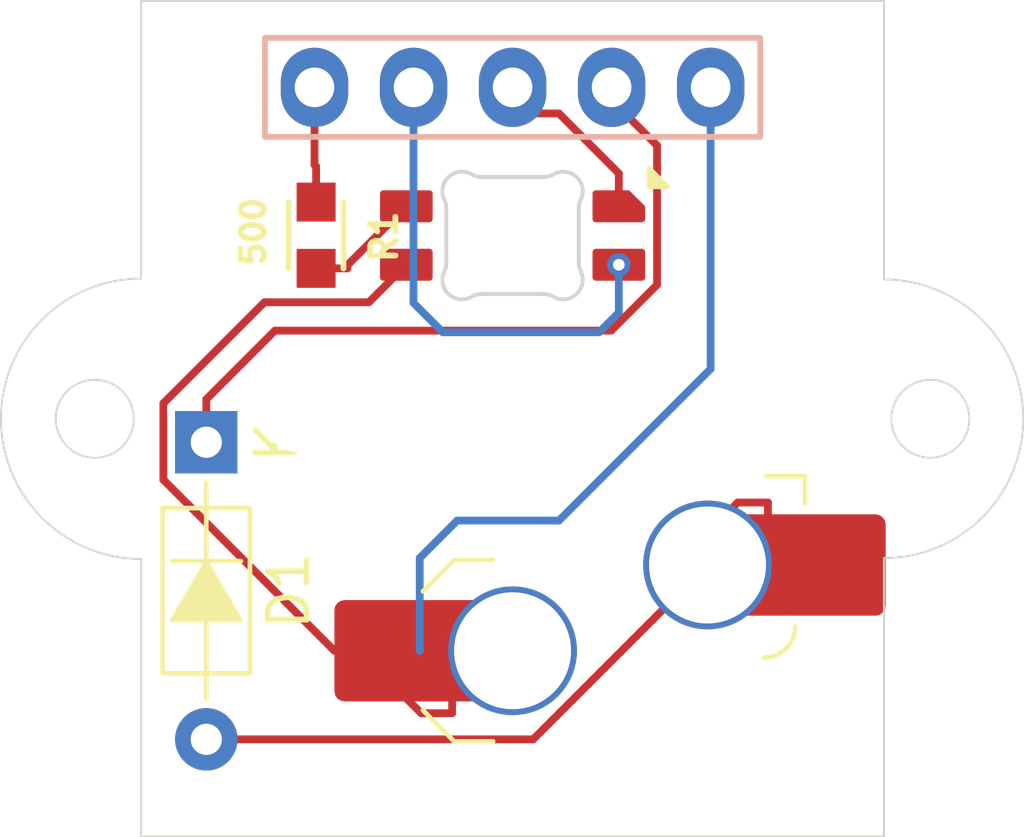
<source format=kicad_pcb>
(kicad_pcb (version 20241229) (generator "pcbnew") (generator_version "9.0")
  (layers (0 "F.Cu" signal) (2 "B.Cu" signal) (13 "F.Paste" user) (15 "B.Paste" user) (5 "F.SilkS" user "F.Silkscreen") (7 "B.SilkS" user "B.Silkscreen") (1 "F.Mask" user) (3 "B.Mask" user) (25 "Edge.Cuts" user))
  (net 0 "")
  (net 1 "Net-(LED1-VDD)")
  (net 2 "Net-(D1-A)")
  (net 3 "Net-(D1-K)")
  (net 4 "Net-(LED1-VSS)")
  (net 5 "Net-(LED1-DOUT)")
  (net 6 "Net-(LED1-DIN)")
  (net 7 "Net-(J1-Pad5)")
  (footprint "PCM_marbastlib-choc:SW_choc_v1_HS_CPG135001S30_1u" (layer "F.Cu") (at 40.4813 64.2937)
    (property "Reference" "CH1" (hide yes))
    (property "Value" "choc_v1_SW_HS")
    (fp_line (start -2.3 7.475) (end -1.5 8.275) (stroke (width 0.12)) (layer "F.SilkS"))
    (fp_line (start -1.5 3.625) (end -2.3 4.425) (stroke (width 0.12)) (layer "F.SilkS"))
    (fp_line (start -1.5 3.625) (end -0.5 3.625) (stroke (width 0.12)) (layer "F.SilkS"))
    (fp_line (start -1.5 8.275) (end -0.5 8.275) (stroke (width 0.12)) (layer "F.SilkS"))
    (fp_line (start 7.504 1.475) (end 6.504 1.475) (stroke (width 0.12)) (layer "F.SilkS"))
    (fp_line (start 7.504 1.475) (end 7.504 2.175) (stroke (width 0.12)) (layer "F.SilkS"))
    (fp_arc (start 7.25 5.325) (mid 7.015685 5.890685) (end 6.45 6.125) (stroke (width 0.12)) (layer "F.SilkS"))
    (pad "" np_thru_hole circle (at -5.5 0 180) (size 1.7 1.7) (drill 1.7) (layers "*.Cu" "*.Mask"))
    (pad "" np_thru_hole circle (at 0 0 180) (size 3.4 3.4) (drill 3.4) (layers "*.Cu" "*.Mask"))
    (pad "" np_thru_hole circle (at 5.5 0 180) (size 1.7 1.7) (drill 1.7) (layers "*.Cu" "*.Mask"))
    (pad "1" thru_hole circle (at 5 3.75) (size 3.3 3.3) (drill 3) (property pad_prop_mechanical) (layers "*.Cu" "F.Mask") (net 2 "Net-(D1-A)"))
    (pad "1" smd rect (at 6.55 3.75) (size 1.2 2.6) (layers "F.Cu") (net 2 "Net-(D1-A)"))
    (pad "1" smd roundrect (at 8.245 3.75) (size 2.65 2.6) (layers "F.Cu" "F.Mask" "F.Paste") (roundrect_rratio 0.1) (net 2 "Net-(D1-A)"))
    (pad "2" smd roundrect (at -3.245 5.95) (size 2.65 2.6) (layers "F.Cu" "F.Mask" "F.Paste") (roundrect_rratio 0.1) (net 1 "Net-(LED1-VDD)"))
    (pad "2" smd rect (at -1.55 5.95 180) (size 1.2 2.6) (layers "F.Cu") (net 1 "Net-(LED1-VDD)"))
    (pad "2" thru_hole circle (at 0 5.95) (size 3.3 3.3) (drill 3) (property pad_prop_mechanical) (layers "*.Cu" "F.Mask") (net 1 "Net-(LED1-VDD)"))
  )
  (footprint "PCM_marbastlib-choc:LED_choc_6028R" (layer "F.Cu") (at 40.4813 59.5937)
    (property "Reference" "LED1" (hide yes))
    (property "Value" "choc_SK6812MINI-E")
    (fp_poly (pts (xy 3.5 -1.25) (xy 3.5 -1.73) (xy 3.98 -1.25) (xy 3.5 -1.25)) (stroke (width 0.12)) (fill yes) (layer "F.SilkS"))
    (fp_line (start -1.699999 -0.702841) (end -1.699999 0.702843) (stroke (width 0.1)) (layer "Edge.Cuts"))
    (fp_line (start -0.794452 1.5) (end 0.794453 1.5) (stroke (width 0.1)) (layer "Edge.Cuts"))
    (fp_line (start 0.794452 -1.499999) (end -0.794452 -1.499999) (stroke (width 0.1)) (layer "Edge.Cuts"))
    (fp_line (start 1.699999 0.702843) (end 1.699999 -0.702841) (stroke (width 0.1)) (layer "Edge.Cuts"))
    (fp_arc (start -1.749484 -0.919719) (mid -1.712527 -0.814067) (end -1.699999 -0.702842) (stroke (width 0.1)) (layer "Edge.Cuts"))
    (fp_arc (start -1.749484 -0.919719) (mid -1.63807 -1.504033) (end -1.046711 -1.568296) (stroke (width 0.1)) (layer "Edge.Cuts"))
    (fp_arc (start -1.699999 0.702843) (mid -1.712527 0.814069) (end -1.749484 0.919721) (stroke (width 0.1)) (layer "Edge.Cuts"))
    (fp_arc (start -1.046711 1.5683) (mid -1.638071 1.504036) (end -1.749484 0.919721) (stroke (width 0.1)) (layer "Edge.Cuts"))
    (fp_arc (start -1.046711 1.5683) (mid -0.925123 1.517378) (end -0.794453 1.500001) (stroke (width 0.1)) (layer "Edge.Cuts"))
    (fp_arc (start -0.794452 -1.499999) (mid -0.925122 -1.517376) (end -1.04671 -1.568298) (stroke (width 0.1)) (layer "Edge.Cuts"))
    (fp_arc (start 0.794453 1.5) (mid 0.925123 1.517377) (end 1.046711 1.568299) (stroke (width 0.1)) (layer "Edge.Cuts"))
    (fp_arc (start 1.046711 -1.568298) (mid 0.925123 -1.517376) (end 0.794452 -1.499999) (stroke (width 0.1)) (layer "Edge.Cuts"))
    (fp_arc (start 1.046711 -1.568298) (mid 1.638072 -1.504034) (end 1.749484 -0.919718) (stroke (width 0.1)) (layer "Edge.Cuts"))
    (fp_arc (start 1.699999 -0.702841) (mid 1.712527 -0.814067) (end 1.749484 -0.919719) (stroke (width 0.1)) (layer "Edge.Cuts"))
    (fp_arc (start 1.749484 0.919721) (mid 1.638071 1.504035) (end 1.046711 1.568299) (stroke (width 0.1)) (layer "Edge.Cuts"))
    (fp_arc (start 1.749484 0.919721) (mid 1.712527 0.814069) (end 1.699999 0.702844) (stroke (width 0.1)) (layer "Edge.Cuts"))
    (pad "1" smd roundrect (at -2.725 0.75 270) (size 0.82 1.35) (layers "F.Cu" "F.Mask" "F.Paste") (roundrect_rratio 0.1) (net 1 "Net-(LED1-VDD)"))
    (pad "2" smd roundrect (at -2.725 -0.75 270) (size 0.82 1.35) (layers "F.Cu" "F.Mask" "F.Paste") (roundrect_rratio 0.1) (net 5 "Net-(LED1-DOUT)"))
    (pad "3" smd roundrect (at 2.725 0.75 270) (size 0.82 1.35) (layers "F.Cu" "F.Mask" "F.Paste") (roundrect_rratio 0.1) (net 6 "Net-(LED1-DIN)"))
    (pad "4" smd roundrect (at 2.725 -0.75 270) (size 0.82 1.35) (layers "F.Cu" "F.Mask" "F.Paste") (roundrect_rratio 0.1) (chamfer_ratio 0.5) (chamfer top_left) (net 4 "Net-(LED1-VSS)"))
  )
  (footprint "PCM_Diode_THT_AKL:D_DO-35_SOD27_P7.62mm_Horizontal" (layer "F.Cu") (at 32.6259 64.8956 -90)
    (property "Reference" "D1" (at 3.81 -2.12 90) (layer "F.SilkS"))
    (property "Value" "1N4148" (hide yes))
    (fp_line (start 1.69 1.12) (end 5.93 1.12) (stroke (width 0.12)) (layer "F.SilkS"))
    (fp_line (start 5.93 1.12) (end 5.93 -1.12) (stroke (width 0.12)) (layer "F.SilkS"))
    (fp_line (start 1.04 0) (end 1.69 0) (stroke (width 0.12)) (layer "F.SilkS"))
    (fp_line (start 1.651 0) (end 3.048 0) (stroke (width 0.12)) (layer "F.SilkS"))
    (fp_line (start 5.93 0) (end 4.6355 0) (stroke (width 0.12)) (layer "F.SilkS"))
    (fp_line (start 6.58 0) (end 5.93 0) (stroke (width 0.12)) (layer "F.SilkS"))
    (fp_line (start 3.048 -0.889) (end 3.048 0.889) (stroke (width 0.12)) (layer "F.SilkS"))
    (fp_line (start 1.69 -1.12) (end 1.69 1.12) (stroke (width 0.12)) (layer "F.SilkS"))
    (fp_line (start 5.93 -1.12) (end 1.69 -1.12) (stroke (width 0.12)) (layer "F.SilkS"))
    (fp_poly (pts (xy 4.572 0.889) (xy 3.048 0) (xy 4.572 -0.889)) (stroke (width 0.1)) (fill yes) (layer "F.SilkS"))
    (fp_text user "K" (at 0 -1.8 90) (layer "F.SilkS"))
    (pad "1" thru_hole rect (at 0 0 270) (size 1.6 1.6) (drill 0.8) (layers "*.Cu" "*.Mask") (net 3 "Net-(D1-K)"))
    (pad "2" thru_hole oval (at 7.62 0 270) (size 1.6 1.6) (drill 0.8) (layers "*.Cu" "*.Mask") (net 2 "Net-(D1-A)"))
  )
  (footprint "PCM_4ms_Resistor:R_0603" (layer "F.Cu") (at 35.4428 59.5863 90)
    (property "Reference" "R1" (at -0.04 1.74 90) (layer "F.SilkS") (effects (font (size 0.65 0.65))))
    (property "Value" "500" (at 0.09 -1.61 90) (layer "F.SilkS") (effects (font (size 0.6 0.6))))
    (fp_line (start -0.85 -0.7) (end 0.85 -0.7) (stroke (width 0.15)) (layer "F.SilkS"))
    (fp_line (start 0.85 0.7) (end -0.85 0.7) (stroke (width 0.15)) (layer "F.SilkS"))
    (pad "1" smd rect (at -0.85 0 90) (size 1 1) (layers "F.Cu" "F.Mask" "F.Paste") (net 5 "Net-(LED1-DOUT)"))
    (pad "2" smd rect (at 0.85 0 90) (size 1 1) (layers "F.Cu" "F.Mask" "F.Paste") (net 7 "Net-(J1-Pad5)"))
  )
  (footprint "PCM_4ms_Connector:Pins_1x05_2.54mm_TH" (layer "B.Cu") (at 40.4813 55.7937 90)
    (property "Reference" "J1" (hide yes))
    (property "Value" "PINHD_1x5_Female" (hide yes))
    (fp_line (start 1.27 -6.35) (end -1.27 -6.35) (stroke (width 0.15)) (layer "B.SilkS"))
    (fp_line (start -1.27 -6.35) (end -1.27 6.35) (stroke (width 0.15)) (layer "B.SilkS"))
    (fp_line (start 1.27 6.35) (end 1.27 -6.35) (stroke (width 0.15)) (layer "B.SilkS"))
    (fp_line (start 1.27 6.35) (end -1.27 6.35) (stroke (width 0.15)) (layer "B.SilkS"))
    (pad "1" thru_hole oval (at 0 5.08 90) (size 2.032 1.7272) (drill 1.016) (layers "*.Cu" "*.Mask") (net 1 "Net-(LED1-VDD)"))
    (pad "2" thru_hole oval (at 0 2.54 90) (size 2.032 1.7272) (drill 1.016) (layers "*.Cu" "*.Mask") (net 3 "Net-(D1-K)"))
    (pad "3" thru_hole oval (at 0 0 90) (size 2.032 1.7272) (drill 1.016) (layers "*.Cu" "*.Mask") (net 4 "Net-(LED1-VSS)"))
    (pad "4" thru_hole oval (at 0 -2.54 90) (size 2.032 1.7272) (drill 1.016) (layers "*.Cu" "*.Mask") (net 6 "Net-(LED1-DIN)"))
    (pad "5" thru_hole oval (at 0 -5.08 90) (size 2.032 1.7272) (drill 1.016) (layers "*.Cu" "*.Mask") (net 7 "Net-(J1-Pad5)"))
  )
  (gr_line (start 50.0063 75.009375) (end 50.0063 67.865624) (stroke (width 0.05)) (layer "Edge.Cuts"))
  (gr_arc (start 50.00625 60.721875) (mid 53.578125 64.29375) (end 50.00625 67.865625) (stroke (width 0.05)) (layer "Edge.Cuts"))
  (gr_circle (center 51.196875 64.29375) (end 52.196875 64.29375) (stroke (width 0.05)) (fill no) (layer "Edge.Cuts"))
  (gr_circle (center 29.765625 64.29375) (end 30.765625 64.29375) (stroke (width 0.05)) (fill no) (layer "Edge.Cuts"))
  (gr_line (start 30.9563 53.578125) (end 30.9563 60.697308) (stroke (width 0.05)) (layer "Edge.Cuts"))
  (gr_line (start 30.95625 53.578125) (end 50.00625 53.578125) (stroke (width 0.05)) (layer "Edge.Cuts"))
  (gr_arc (start 30.95625 67.890192) (mid 27.359808 64.29375) (end 30.95625 60.697308) (stroke (width 0.05)) (layer "Edge.Cuts"))
  (gr_line (start 50.00625 53.578125) (end 50.00625 60.721875) (stroke (width 0.05)) (layer "Edge.Cuts"))
  (gr_line (start 50.00625 75.009375) (end 30.95625 75.009375) (stroke (width 0.05)) (layer "Edge.Cuts"))
  (gr_line (start 30.95625 67.890192) (end 30.95625 75.009375) (stroke (width 0.05)) (layer "Edge.Cuts"))
  (segment (start 38.1372 71.8454) (end 38.9313 71.8454) (width 0.2) (layer "F.Cu") (net 1))
  (segment (start 38.9313 70.2437) (end 38.9313 71.0445) (width 0.2) (layer "F.Cu") (net 1))
  (segment (start 38.9313 71.0445) (end 38.9313 71.8454) (width 0.2) (layer "F.Cu") (net 1))
  (segment (start 37.2363 70.9445) (end 38.1372 71.8454) (width 0.2) (layer "F.Cu") (net 1))
  (segment (start 31.5242 65.8566) (end 31.5242 63.8989) (width 0.2) (layer "F.Cu") (net 1))
  (segment (start 34.1183 61.3048) (end 36.7952 61.3048) (width 0.2) (layer "F.Cu") (net 1))
  (segment (start 35.9113 70.2437) (end 31.5242 65.8566) (width 0.2) (layer "F.Cu") (net 1))
  (segment (start 39.6805 71.0445) (end 40.4813 70.2437) (width 0.2) (layer "F.Cu") (net 1))
  (segment (start 31.5242 63.8989) (end 34.1183 61.3048) (width 0.2) (layer "F.Cu") (net 1))
  (segment (start 38.9313 71.0445) (end 39.6805 71.0445) (width 0.2) (layer "F.Cu") (net 1))
  (segment (start 37.2363 70.2437) (end 37.2363 70.9445) (width 0.2) (layer "F.Cu") (net 1))
  (segment (start 36.7952 61.3048) (end 37.7563 60.3437) (width 0.2) (layer "F.Cu") (net 1))
  (segment (start 37.2363 70.2437) (end 35.9113 70.2437) (width 0.2) (layer "F.Cu") (net 1))
  (segment (start 41.671875 66.904655) (end 39.06097 66.904655) (width 0.2) (layer "B.Cu") (net 1))
  (segment (start 45.5613 56.4614) (end 45.5613 63.01523) (width 0.2) (layer "B.Cu") (net 1))
  (segment (start 45.5613 63.01523) (end 41.671875 66.904655) (width 0.2) (layer "B.Cu") (net 1))
  (segment (start 39.06097 66.904655) (end 38.1 67.865625) (width 0.2) (layer "B.Cu") (net 1))
  (segment (start 38.1 67.865625) (end 38.1 70.246875) (width 0.2) (layer "B.Cu") (net 1))
  (segment (start 45.4813 67.2169) (end 45.4813 68.0437) (width 0.2) (layer "F.Cu") (net 2))
  (segment (start 45.4813 68.0437) (end 41.0094 72.5156) (width 0.2) (layer "F.Cu") (net 2))
  (segment (start 47.0313 66.442) (end 46.2562 66.442) (width 0.2) (layer "F.Cu") (net 2))
  (segment (start 41.0094 72.5156) (end 32.6259 72.5156) (width 0.2) (layer "F.Cu") (net 2))
  (segment (start 46.2562 66.442) (end 45.4813 67.2169) (width 0.2) (layer "F.Cu") (net 2))
  (segment (start 47.0313 67.2428) (end 47.9254 67.2428) (width 0.2) (layer "F.Cu") (net 2))
  (segment (start 47.0313 68.0437) (end 47.0313 67.2428) (width 0.2) (layer "F.Cu") (net 2))
  (segment (start 47.0313 67.2428) (end 47.0313 66.442) (width 0.2) (layer "F.Cu") (net 2))
  (segment (start 47.9254 67.2428) (end 48.7263 68.0437) (width 0.2) (layer "F.Cu") (net 2))
  (segment (start 44.1866 57.283475) (end 44.1866 60.8583) (width 0.2) (layer "F.Cu") (net 3))
  (segment (start 43.364525 56.4614) (end 44.1866 57.283475) (width 0.2) (layer "F.Cu") (net 3))
  (segment (start 32.6259 63.7939) (end 32.6259 64.8956) (width 0.2) (layer "F.Cu") (net 3))
  (segment (start 34.3868 62.033) (end 32.6259 63.7939) (width 0.2) (layer "F.Cu") (net 3))
  (segment (start 43.0213 56.4614) (end 43.364525 56.4614) (width 0.2) (layer "F.Cu") (net 3))
  (segment (start 43.0119 62.033) (end 34.3868 62.033) (width 0.2) (layer "F.Cu") (net 3))
  (segment (start 44.1866 60.8583) (end 43.0119 62.033) (width 0.2) (layer "F.Cu") (net 3))
  (segment (start 43.2063 58.8437) (end 43.2063 58.00022) (width 0.2) (layer "F.Cu") (net 4))
  (segment (start 43.2063 58.00022) (end 41.66748 56.4614) (width 0.2) (layer "F.Cu") (net 4))
  (segment (start 41.66748 56.4614) (end 40.4813 56.4614) (width 0.2) (layer "F.Cu") (net 4))
  (segment (start 35.4428 60.4363) (end 36.2445 60.4363) (width 0.2) (layer "F.Cu") (net 5))
  (segment (start 36.2445 60.4363) (end 36.2445 60.3555) (width 0.2) (layer "F.Cu") (net 5))
  (segment (start 36.2445 60.3555) (end 37.7563 58.8437) (width 0.2) (layer "F.Cu") (net 5))
  (via (at 43.2063 60.3437) (size 0.6) (drill 0.3) (layers "F.Cu" "B.Cu") (net 6))
  (segment (start 38.692741 62.07485) (end 37.9413 61.323409) (width 0.2) (layer "B.Cu") (net 6))
  (segment (start 43.2063 60.3437) (end 43.2063 61.5687) (width 0.2) (layer "B.Cu") (net 6))
  (segment (start 37.9413 61.323409) (end 37.9413 56.4614) (width 0.2) (layer "B.Cu") (net 6))
  (segment (start 42.70015 62.07485) (end 38.692741 62.07485) (width 0.2) (layer "B.Cu") (net 6))
  (segment (start 43.2063 61.5687) (end 42.70015 62.07485) (width 0.2) (layer "B.Cu") (net 6))
  (segment (start 35.4013 57.7791) (end 35.4428 57.8206) (width 0.2) (layer "F.Cu") (net 7))
  (segment (start 35.4013 56.4614) (end 35.4013 55.7937) (width 0.2) (layer "F.Cu") (net 7))
  (segment (start 35.4428 57.8206) (end 35.4428 58.7363) (width 0.2) (layer "F.Cu") (net 7))
  (segment (start 35.4013 55.7937) (end 35.4013 57.7791) (width 0.2) (layer "F.Cu") (net 7))
)
</source>
